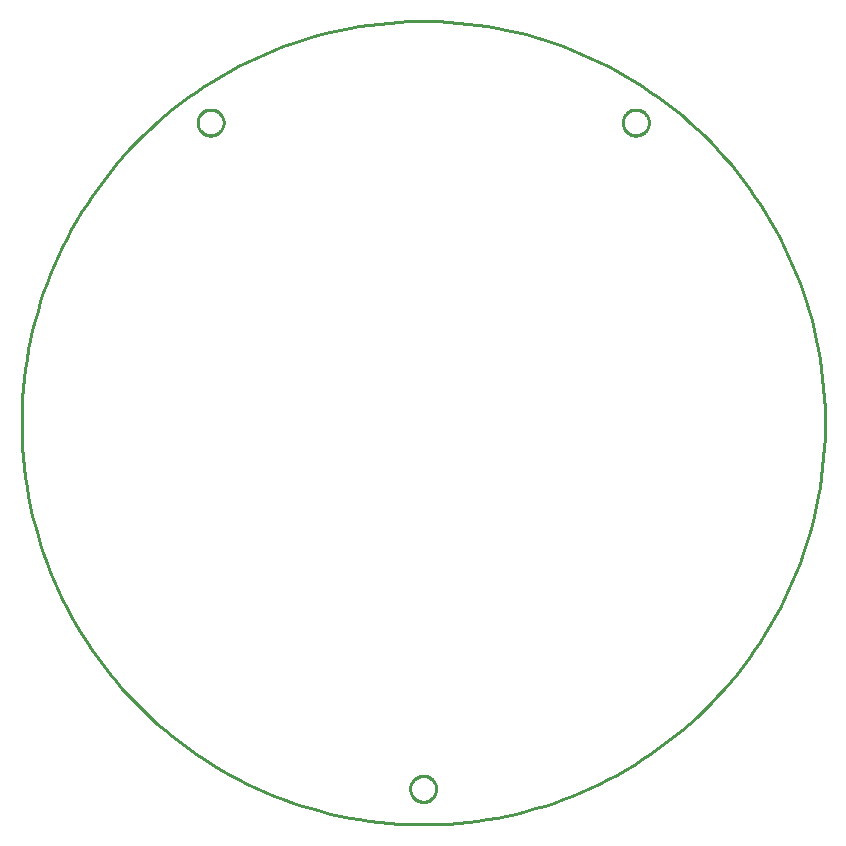
<source format=gbr>
G04 EAGLE Gerber RS-274X export*
G75*
%MOMM*%
%FSLAX34Y34*%
%LPD*%
%IN*%
%IPPOS*%
%AMOC8*
5,1,8,0,0,1.08239X$1,22.5*%
G01*
%ADD10C,0.254000*%


D10*
X680000Y335827D02*
X680000Y344173D01*
X679795Y352515D01*
X679386Y360851D01*
X678772Y369173D01*
X677954Y377478D01*
X676932Y385761D01*
X675708Y394016D01*
X674281Y402238D01*
X672653Y410423D01*
X670825Y418566D01*
X668797Y426661D01*
X666571Y434704D01*
X664148Y442690D01*
X661531Y450614D01*
X658719Y458471D01*
X655716Y466257D01*
X652522Y473967D01*
X649140Y481597D01*
X645572Y489141D01*
X641820Y496595D01*
X637886Y503955D01*
X633773Y511216D01*
X629483Y518374D01*
X625018Y525424D01*
X620381Y532363D01*
X615576Y539186D01*
X610605Y545889D01*
X605471Y552468D01*
X600176Y558919D01*
X594726Y565238D01*
X589121Y571422D01*
X583367Y577466D01*
X577466Y583367D01*
X571422Y589121D01*
X565238Y594726D01*
X558919Y600176D01*
X552468Y605471D01*
X545889Y610605D01*
X539186Y615576D01*
X532363Y620381D01*
X525424Y625018D01*
X518374Y629483D01*
X511216Y633773D01*
X503955Y637886D01*
X496595Y641820D01*
X489141Y645572D01*
X481597Y649140D01*
X473967Y652522D01*
X466257Y655716D01*
X458471Y658719D01*
X450614Y661531D01*
X442690Y664148D01*
X434704Y666571D01*
X426661Y668797D01*
X418566Y670825D01*
X410423Y672653D01*
X402238Y674281D01*
X394016Y675708D01*
X385761Y676932D01*
X377478Y677954D01*
X369173Y678772D01*
X360851Y679386D01*
X352515Y679795D01*
X344173Y680000D01*
X335827Y680000D01*
X327485Y679795D01*
X319149Y679386D01*
X310827Y678772D01*
X302522Y677954D01*
X294239Y676932D01*
X285984Y675708D01*
X277762Y674281D01*
X269577Y672653D01*
X261434Y670825D01*
X253339Y668797D01*
X245296Y666571D01*
X237310Y664148D01*
X229386Y661531D01*
X221529Y658719D01*
X213743Y655716D01*
X206033Y652522D01*
X198403Y649140D01*
X190859Y645572D01*
X183405Y641820D01*
X176045Y637886D01*
X168784Y633773D01*
X161626Y629483D01*
X154576Y625018D01*
X147637Y620381D01*
X140814Y615576D01*
X134111Y610605D01*
X127532Y605471D01*
X121081Y600176D01*
X114762Y594726D01*
X108578Y589121D01*
X102534Y583367D01*
X96633Y577466D01*
X90879Y571422D01*
X85274Y565238D01*
X79824Y558919D01*
X74529Y552468D01*
X69395Y545889D01*
X64424Y539186D01*
X59619Y532363D01*
X54982Y525424D01*
X50517Y518374D01*
X46227Y511216D01*
X42114Y503955D01*
X38180Y496595D01*
X34428Y489141D01*
X30860Y481597D01*
X27478Y473967D01*
X24284Y466257D01*
X21281Y458471D01*
X18469Y450614D01*
X15852Y442690D01*
X13429Y434704D01*
X11203Y426661D01*
X9176Y418566D01*
X7347Y410423D01*
X5719Y402238D01*
X4292Y394016D01*
X3068Y385761D01*
X2046Y377478D01*
X1228Y369173D01*
X614Y360851D01*
X205Y352515D01*
X0Y344173D01*
X0Y335827D01*
X205Y327485D01*
X614Y319149D01*
X1228Y310827D01*
X2046Y302522D01*
X3068Y294239D01*
X4292Y285984D01*
X5719Y277762D01*
X7347Y269577D01*
X9176Y261434D01*
X11203Y253339D01*
X13429Y245296D01*
X15852Y237310D01*
X18469Y229386D01*
X21281Y221529D01*
X24284Y213743D01*
X27478Y206033D01*
X30860Y198403D01*
X34428Y190859D01*
X38180Y183405D01*
X42114Y176045D01*
X46227Y168784D01*
X50517Y161626D01*
X54982Y154576D01*
X59619Y147637D01*
X64424Y140814D01*
X69395Y134111D01*
X74529Y127532D01*
X79824Y121081D01*
X85274Y114762D01*
X90879Y108578D01*
X96633Y102534D01*
X102534Y96633D01*
X108578Y90879D01*
X114762Y85274D01*
X121081Y79824D01*
X127532Y74529D01*
X134111Y69395D01*
X140814Y64424D01*
X147637Y59619D01*
X154576Y54982D01*
X161626Y50517D01*
X168784Y46227D01*
X176045Y42114D01*
X183405Y38180D01*
X190859Y34428D01*
X198403Y30860D01*
X206033Y27478D01*
X213743Y24284D01*
X221529Y21281D01*
X229386Y18469D01*
X237310Y15852D01*
X245296Y13429D01*
X253339Y11203D01*
X261434Y9176D01*
X269577Y7347D01*
X277762Y5719D01*
X285984Y4292D01*
X294239Y3068D01*
X302522Y2046D01*
X310827Y1228D01*
X319149Y614D01*
X327485Y205D01*
X335827Y0D01*
X344173Y0D01*
X352515Y205D01*
X360851Y614D01*
X369173Y1228D01*
X377478Y2046D01*
X385761Y3068D01*
X394016Y4292D01*
X402238Y5719D01*
X410423Y7347D01*
X418566Y9176D01*
X426661Y11203D01*
X434704Y13429D01*
X442690Y15852D01*
X450614Y18469D01*
X458471Y21281D01*
X466257Y24284D01*
X473967Y27478D01*
X481597Y30860D01*
X489141Y34428D01*
X496595Y38180D01*
X503955Y42114D01*
X511216Y46227D01*
X518374Y50517D01*
X525424Y54982D01*
X532363Y59619D01*
X539186Y64424D01*
X545889Y69395D01*
X552468Y74529D01*
X558919Y79824D01*
X565238Y85274D01*
X571422Y90879D01*
X577466Y96633D01*
X583367Y102534D01*
X589121Y108578D01*
X594726Y114762D01*
X600176Y121081D01*
X605471Y127532D01*
X610605Y134111D01*
X615576Y140814D01*
X620381Y147637D01*
X625018Y154576D01*
X629483Y161626D01*
X633773Y168784D01*
X637886Y176045D01*
X641820Y183405D01*
X645572Y190859D01*
X649140Y198403D01*
X652522Y206033D01*
X655716Y213743D01*
X658719Y221529D01*
X661531Y229386D01*
X664148Y237310D01*
X666571Y245296D01*
X668797Y253339D01*
X670825Y261434D01*
X672653Y269577D01*
X674281Y277762D01*
X675708Y285984D01*
X676932Y294239D01*
X677954Y302522D01*
X678772Y310827D01*
X679386Y319149D01*
X679795Y327485D01*
X680000Y335827D01*
X531000Y593728D02*
X530932Y592866D01*
X530797Y592012D01*
X530595Y591172D01*
X530328Y590350D01*
X529997Y589551D01*
X529605Y588781D01*
X529153Y588044D01*
X528645Y587345D01*
X528084Y586687D01*
X527473Y586076D01*
X526815Y585515D01*
X526116Y585007D01*
X525379Y584555D01*
X524609Y584163D01*
X523810Y583832D01*
X522988Y583565D01*
X522148Y583363D01*
X521294Y583228D01*
X520432Y583160D01*
X519568Y583160D01*
X518706Y583228D01*
X517852Y583363D01*
X517012Y583565D01*
X516190Y583832D01*
X515391Y584163D01*
X514621Y584555D01*
X513884Y585007D01*
X513185Y585515D01*
X512527Y586076D01*
X511916Y586687D01*
X511355Y587345D01*
X510847Y588044D01*
X510395Y588781D01*
X510003Y589551D01*
X509672Y590350D01*
X509405Y591172D01*
X509203Y592012D01*
X509068Y592866D01*
X509000Y593728D01*
X509000Y594592D01*
X509068Y595454D01*
X509203Y596308D01*
X509405Y597148D01*
X509672Y597970D01*
X510003Y598769D01*
X510395Y599539D01*
X510847Y600276D01*
X511355Y600975D01*
X511916Y601633D01*
X512527Y602244D01*
X513185Y602805D01*
X513884Y603313D01*
X514621Y603765D01*
X515391Y604157D01*
X516190Y604488D01*
X517012Y604755D01*
X517852Y604957D01*
X518706Y605092D01*
X519568Y605160D01*
X520432Y605160D01*
X521294Y605092D01*
X522148Y604957D01*
X522988Y604755D01*
X523810Y604488D01*
X524609Y604157D01*
X525379Y603765D01*
X526116Y603313D01*
X526815Y602805D01*
X527473Y602244D01*
X528084Y601633D01*
X528645Y600975D01*
X529153Y600276D01*
X529605Y599539D01*
X529997Y598769D01*
X530328Y597970D01*
X530595Y597148D01*
X530797Y596308D01*
X530932Y595454D01*
X531000Y594592D01*
X531000Y593728D01*
X351000Y29568D02*
X350932Y28706D01*
X350797Y27852D01*
X350595Y27012D01*
X350328Y26190D01*
X349997Y25391D01*
X349605Y24621D01*
X349153Y23884D01*
X348645Y23185D01*
X348084Y22527D01*
X347473Y21916D01*
X346815Y21355D01*
X346116Y20847D01*
X345379Y20395D01*
X344609Y20003D01*
X343810Y19672D01*
X342988Y19405D01*
X342148Y19203D01*
X341294Y19068D01*
X340432Y19000D01*
X339568Y19000D01*
X338706Y19068D01*
X337852Y19203D01*
X337012Y19405D01*
X336190Y19672D01*
X335391Y20003D01*
X334621Y20395D01*
X333884Y20847D01*
X333185Y21355D01*
X332527Y21916D01*
X331916Y22527D01*
X331355Y23185D01*
X330847Y23884D01*
X330395Y24621D01*
X330003Y25391D01*
X329672Y26190D01*
X329405Y27012D01*
X329203Y27852D01*
X329068Y28706D01*
X329000Y29568D01*
X329000Y30432D01*
X329068Y31294D01*
X329203Y32148D01*
X329405Y32988D01*
X329672Y33810D01*
X330003Y34609D01*
X330395Y35379D01*
X330847Y36116D01*
X331355Y36815D01*
X331916Y37473D01*
X332527Y38084D01*
X333185Y38645D01*
X333884Y39153D01*
X334621Y39605D01*
X335391Y39997D01*
X336190Y40328D01*
X337012Y40595D01*
X337852Y40797D01*
X338706Y40932D01*
X339568Y41000D01*
X340432Y41000D01*
X341294Y40932D01*
X342148Y40797D01*
X342988Y40595D01*
X343810Y40328D01*
X344609Y39997D01*
X345379Y39605D01*
X346116Y39153D01*
X346815Y38645D01*
X347473Y38084D01*
X348084Y37473D01*
X348645Y36815D01*
X349153Y36116D01*
X349605Y35379D01*
X349997Y34609D01*
X350328Y33810D01*
X350595Y32988D01*
X350797Y32148D01*
X350932Y31294D01*
X351000Y30432D01*
X351000Y29568D01*
X171000Y593728D02*
X170932Y592866D01*
X170797Y592012D01*
X170595Y591172D01*
X170328Y590350D01*
X169997Y589551D01*
X169605Y588781D01*
X169153Y588044D01*
X168645Y587345D01*
X168084Y586687D01*
X167473Y586076D01*
X166815Y585515D01*
X166116Y585007D01*
X165379Y584555D01*
X164609Y584163D01*
X163810Y583832D01*
X162988Y583565D01*
X162148Y583363D01*
X161294Y583228D01*
X160432Y583160D01*
X159568Y583160D01*
X158706Y583228D01*
X157852Y583363D01*
X157012Y583565D01*
X156190Y583832D01*
X155391Y584163D01*
X154621Y584555D01*
X153884Y585007D01*
X153185Y585515D01*
X152527Y586076D01*
X151916Y586687D01*
X151355Y587345D01*
X150847Y588044D01*
X150395Y588781D01*
X150003Y589551D01*
X149672Y590350D01*
X149405Y591172D01*
X149203Y592012D01*
X149068Y592866D01*
X149000Y593728D01*
X149000Y594592D01*
X149068Y595454D01*
X149203Y596308D01*
X149405Y597148D01*
X149672Y597970D01*
X150003Y598769D01*
X150395Y599539D01*
X150847Y600276D01*
X151355Y600975D01*
X151916Y601633D01*
X152527Y602244D01*
X153185Y602805D01*
X153884Y603313D01*
X154621Y603765D01*
X155391Y604157D01*
X156190Y604488D01*
X157012Y604755D01*
X157852Y604957D01*
X158706Y605092D01*
X159568Y605160D01*
X160432Y605160D01*
X161294Y605092D01*
X162148Y604957D01*
X162988Y604755D01*
X163810Y604488D01*
X164609Y604157D01*
X165379Y603765D01*
X166116Y603313D01*
X166815Y602805D01*
X167473Y602244D01*
X168084Y601633D01*
X168645Y600975D01*
X169153Y600276D01*
X169605Y599539D01*
X169997Y598769D01*
X170328Y597970D01*
X170595Y597148D01*
X170797Y596308D01*
X170932Y595454D01*
X171000Y594592D01*
X171000Y593728D01*
M02*

</source>
